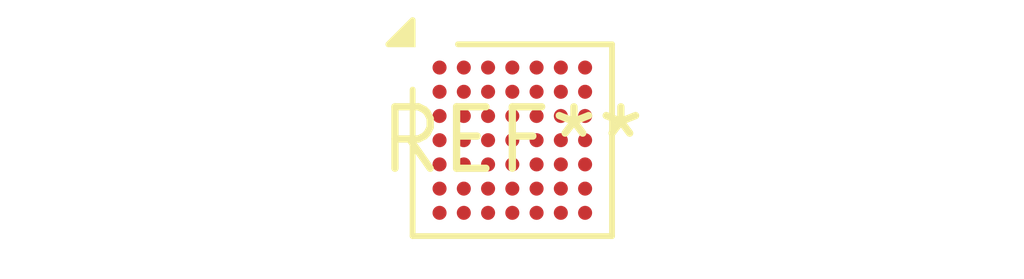
<source format=kicad_pcb>
(kicad_pcb (version 20240108) (generator pcbnew)
  (layers (0 "F.Cu" signal) (31 "B.Cu" signal) (34 "B.Paste" user) (35 "F.Paste" user) (36 "B.SilkS" user "B.Silkscreen") (37 "F.SilkS" user "F.Silkscreen") (38 "B.Mask" user) (39 "F.Mask" user) (44 "Edge.Cuts" user))
  (net 0 "")
  (footprint "ST_WLCSP-49_Die438" (layer "F.Cu") (at 0 0)
    (property "Reference" "REF**")
    (property "Value" "ST_WLCSP-49_Die438")
    (fp_line (start -2.055 1.98) (end -2.055 -1.045) (layer "F.SilkS") (stroke (width 0.12)))
    (fp_line (start -1.12 -1.98) (end 2.055 -1.98) (layer "F.SilkS") (stroke (width 0.12)))
    (fp_line (start 2.055 -1.98) (end 2.055 1.98) (layer "F.SilkS") (stroke (width 0.12)))
    (fp_line (start 2.055 1.98) (end -2.055 1.98) (layer "F.SilkS") (stroke (width 0.12)))
    (fp_poly (pts (xy -2.055 -1.98) (xy -2.555 -1.98) (xy -2.055 -2.48) (xy -2.055 -1.98)) (layer "F.SilkS") (stroke (width 0.12)) (fill solid))
    (pad "A1" smd circle (at -1.5 -1.5) (size 0.29 0.29) (property pad_prop_bga) (layers "F.Cu" "F.Paste" "F.Mask"))
    (pad "A2" smd circle (at -1 -1.5) (size 0.29 0.29) (property pad_prop_bga) (layers "F.Cu" "F.Paste" "F.Mask"))
    (pad "A3" smd circle (at -0.5 -1.5) (size 0.29 0.29) (property pad_prop_bga) (layers "F.Cu" "F.Paste" "F.Mask"))
    (pad "A4" smd circle (at 0 -1.5) (size 0.29 0.29) (property pad_prop_bga) (layers "F.Cu" "F.Paste" "F.Mask"))
    (pad "A5" smd circle (at 0.5 -1.5) (size 0.29 0.29) (property pad_prop_bga) (layers "F.Cu" "F.Paste" "F.Mask"))
    (pad "A6" smd circle (at 1 -1.5) (size 0.29 0.29) (property pad_prop_bga) (layers "F.Cu" "F.Paste" "F.Mask"))
    (pad "A7" smd circle (at 1.5 -1.5) (size 0.29 0.29) (property pad_prop_bga) (layers "F.Cu" "F.Paste" "F.Mask"))
    (pad "B1" smd circle (at -1.5 -1) (size 0.29 0.29) (property pad_prop_bga) (layers "F.Cu" "F.Paste" "F.Mask"))
    (pad "B2" smd circle (at -1 -1) (size 0.29 0.29) (property pad_prop_bga) (layers "F.Cu" "F.Paste" "F.Mask"))
    (pad "B3" smd circle (at -0.5 -1) (size 0.29 0.29) (property pad_prop_bga) (layers "F.Cu" "F.Paste" "F.Mask"))
    (pad "B4" smd circle (at 0 -1) (size 0.29 0.29) (property pad_prop_bga) (layers "F.Cu" "F.Paste" "F.Mask"))
    (pad "B5" smd circle (at 0.5 -1) (size 0.29 0.29) (property pad_prop_bga) (layers "F.Cu" "F.Paste" "F.Mask"))
    (pad "B6" smd circle (at 1 -1) (size 0.29 0.29) (property pad_prop_bga) (layers "F.Cu" "F.Paste" "F.Mask"))
    (pad "B7" smd circle (at 1.5 -1) (size 0.29 0.29) (property pad_prop_bga) (layers "F.Cu" "F.Paste" "F.Mask"))
    (pad "C1" smd circle (at -1.5 -0.5) (size 0.29 0.29) (property pad_prop_bga) (layers "F.Cu" "F.Paste" "F.Mask"))
    (pad "C2" smd circle (at -1 -0.5) (size 0.29 0.29) (property pad_prop_bga) (layers "F.Cu" "F.Paste" "F.Mask"))
    (pad "C3" smd circle (at -0.5 -0.5) (size 0.29 0.29) (property pad_prop_bga) (layers "F.Cu" "F.Paste" "F.Mask"))
    (pad "C4" smd circle (at 0 -0.5) (size 0.29 0.29) (property pad_prop_bga) (layers "F.Cu" "F.Paste" "F.Mask"))
    (pad "C5" smd circle (at 0.5 -0.5) (size 0.29 0.29) (property pad_prop_bga) (layers "F.Cu" "F.Paste" "F.Mask"))
    (pad "C6" smd circle (at 1 -0.5) (size 0.29 0.29) (property pad_prop_bga) (layers "F.Cu" "F.Paste" "F.Mask"))
    (pad "C7" smd circle (at 1.5 -0.5) (size 0.29 0.29) (property pad_prop_bga) (layers "F.Cu" "F.Paste" "F.Mask"))
    (pad "D1" smd circle (at -1.5 0) (size 0.29 0.29) (property pad_prop_bga) (layers "F.Cu" "F.Paste" "F.Mask"))
    (pad "D2" smd circle (at -1 0) (size 0.29 0.29) (property pad_prop_bga) (layers "F.Cu" "F.Paste" "F.Mask"))
    (pad "D3" smd circle (at -0.5 0) (size 0.29 0.29) (property pad_prop_bga) (layers "F.Cu" "F.Paste" "F.Mask"))
    (pad "D4" smd circle (at 0 0) (size 0.29 0.29) (property pad_prop_bga) (layers "F.Cu" "F.Paste" "F.Mask"))
    (pad "D5" smd circle (at 0.5 0) (size 0.29 0.29) (property pad_prop_bga) (layers "F.Cu" "F.Paste" "F.Mask"))
    (pad "D6" smd circle (at 1 0) (size 0.29 0.29) (property pad_prop_bga) (layers "F.Cu" "F.Paste" "F.Mask"))
    (pad "D7" smd circle (at 1.5 0) (size 0.29 0.29) (property pad_prop_bga) (layers "F.Cu" "F.Paste" "F.Mask"))
    (pad "E1" smd circle (at -1.5 0.5) (size 0.29 0.29) (property pad_prop_bga) (layers "F.Cu" "F.Paste" "F.Mask"))
    (pad "E2" smd circle (at -1 0.5) (size 0.29 0.29) (property pad_prop_bga) (layers "F.Cu" "F.Paste" "F.Mask"))
    (pad "E3" smd circle (at -0.5 0.5) (size 0.29 0.29) (property pad_prop_bga) (layers "F.Cu" "F.Paste" "F.Mask"))
    (pad "E4" smd circle (at 0 0.5) (size 0.29 0.29) (property pad_prop_bga) (layers "F.Cu" "F.Paste" "F.Mask"))
    (pad "E5" smd circle (at 0.5 0.5) (size 0.29 0.29) (property pad_prop_bga) (layers "F.Cu" "F.Paste" "F.Mask"))
    (pad "E6" smd circle (at 1 0.5) (size 0.29 0.29) (property pad_prop_bga) (layers "F.Cu" "F.Paste" "F.Mask"))
    (pad "E7" smd circle (at 1.5 0.5) (size 0.29 0.29) (property pad_prop_bga) (layers "F.Cu" "F.Paste" "F.Mask"))
    (pad "F1" smd circle (at -1.5 1) (size 0.29 0.29) (property pad_prop_bga) (layers "F.Cu" "F.Paste" "F.Mask"))
    (pad "F2" smd circle (at -1 1) (size 0.29 0.29) (property pad_prop_bga) (layers "F.Cu" "F.Paste" "F.Mask"))
    (pad "F3" smd circle (at -0.5 1) (size 0.29 0.29) (property pad_prop_bga) (layers "F.Cu" "F.Paste" "F.Mask"))
    (pad "F4" smd circle (at 0 1) (size 0.29 0.29) (property pad_prop_bga) (layers "F.Cu" "F.Paste" "F.Mask"))
    (pad "F5" smd circle (at 0.5 1) (size 0.29 0.29) (property pad_prop_bga) (layers "F.Cu" "F.Paste" "F.Mask"))
    (pad "F6" smd circle (at 1 1) (size 0.29 0.29) (property pad_prop_bga) (layers "F.Cu" "F.Paste" "F.Mask"))
    (pad "F7" smd circle (at 1.5 1) (size 0.29 0.29) (property pad_prop_bga) (layers "F.Cu" "F.Paste" "F.Mask"))
    (pad "G1" smd circle (at -1.5 1.5) (size 0.29 0.29) (property pad_prop_bga) (layers "F.Cu" "F.Paste" "F.Mask"))
    (pad "G2" smd circle (at -1 1.5) (size 0.29 0.29) (property pad_prop_bga) (layers "F.Cu" "F.Paste" "F.Mask"))
    (pad "G3" smd circle (at -0.5 1.5) (size 0.29 0.29) (property pad_prop_bga) (layers "F.Cu" "F.Paste" "F.Mask"))
    (pad "G4" smd circle (at 0 1.5) (size 0.29 0.29) (property pad_prop_bga) (layers "F.Cu" "F.Paste" "F.Mask"))
    (pad "G5" smd circle (at 0.5 1.5) (size 0.29 0.29) (property pad_prop_bga) (layers "F.Cu" "F.Paste" "F.Mask"))
    (pad "G6" smd circle (at 1 1.5) (size 0.29 0.29) (property pad_prop_bga) (layers "F.Cu" "F.Paste" "F.Mask"))
    (pad "G7" smd circle (at 1.5 1.5) (size 0.29 0.29) (property pad_prop_bga) (layers "F.Cu" "F.Paste" "F.Mask"))
  )
)
</source>
